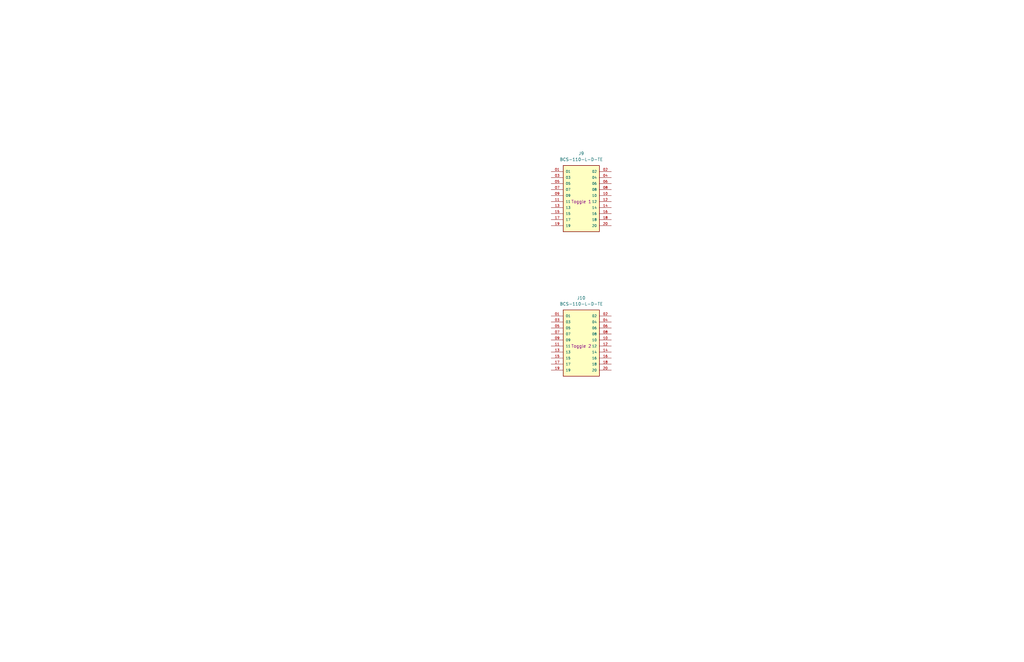
<source format=kicad_sch>
(kicad_sch
	(version 20250114)
	(generator "eeschema")
	(generator_version "9.0")
	(uuid "d013fb19-5d77-46c0-a784-7b14e5402459")
	(paper "B")
	(title_block
		(title "IMPISH POWER SUPPLY TOGGLES BOARD")
		(rev "-")
		(company "SOUTHWEST RESEARCH INSTITUTE")
	)
	(lib_symbols
		(symbol "IMPISH Toggles Library:BCS-110-L-D-TE"
			(pin_names
				(offset 1.016)
			)
			(exclude_from_sim no)
			(in_bom yes)
			(on_board yes)
			(property "Reference" "J"
				(at -8.12 15.24 0)
				(effects
					(font
						(size 1.27 1.27)
					)
					(justify left bottom)
				)
			)
			(property "Value" "BCS-110-L-D-TE"
				(at -7.62 -15.24 0)
				(effects
					(font
						(size 1.27 1.27)
					)
					(justify left bottom)
				)
			)
			(property "Footprint" "IMPISH Toggles Library:SAMTEC_BCS-110-L-D-TE"
				(at 0 -19.304 0)
				(effects
					(font
						(size 1.27 1.27)
					)
					(justify bottom)
					(hide yes)
				)
			)
			(property "Datasheet" ""
				(at 0 0 0)
				(effects
					(font
						(size 1.27 1.27)
					)
					(hide yes)
				)
			)
			(property "Description" ""
				(at 0 0 0)
				(effects
					(font
						(size 1.27 1.27)
					)
					(hide yes)
				)
			)
			(property "PARTREV" "R"
				(at 0 -22.606 0)
				(effects
					(font
						(size 1.27 1.27)
					)
					(justify bottom)
					(hide yes)
				)
			)
			(property "MANUFACTURER" "Samtec"
				(at 0 -20.828 0)
				(effects
					(font
						(size 1.27 1.27)
					)
					(justify bottom)
					(hide yes)
				)
			)
			(property "STANDARD" "Manufacturer Recommendations"
				(at 0 -17.526 0)
				(effects
					(font
						(size 1.27 1.27)
					)
					(justify bottom)
					(hide yes)
				)
			)
			(symbol "BCS-110-L-D-TE_0_0"
				(rectangle
					(start -7.62 -12.7)
					(end 7.62 15.24)
					(stroke
						(width 0.254)
						(type default)
					)
					(fill
						(type background)
					)
				)
				(pin passive line
					(at -12.7 12.7 0)
					(length 5.08)
					(name "01"
						(effects
							(font
								(size 1.016 1.016)
							)
						)
					)
					(number "01"
						(effects
							(font
								(size 1.016 1.016)
							)
						)
					)
				)
				(pin passive line
					(at -12.7 10.16 0)
					(length 5.08)
					(name "03"
						(effects
							(font
								(size 1.016 1.016)
							)
						)
					)
					(number "03"
						(effects
							(font
								(size 1.016 1.016)
							)
						)
					)
				)
				(pin passive line
					(at -12.7 7.62 0)
					(length 5.08)
					(name "05"
						(effects
							(font
								(size 1.016 1.016)
							)
						)
					)
					(number "05"
						(effects
							(font
								(size 1.016 1.016)
							)
						)
					)
				)
				(pin passive line
					(at -12.7 5.08 0)
					(length 5.08)
					(name "07"
						(effects
							(font
								(size 1.016 1.016)
							)
						)
					)
					(number "07"
						(effects
							(font
								(size 1.016 1.016)
							)
						)
					)
				)
				(pin passive line
					(at -12.7 2.54 0)
					(length 5.08)
					(name "09"
						(effects
							(font
								(size 1.016 1.016)
							)
						)
					)
					(number "09"
						(effects
							(font
								(size 1.016 1.016)
							)
						)
					)
				)
				(pin passive line
					(at -12.7 0 0)
					(length 5.08)
					(name "11"
						(effects
							(font
								(size 1.016 1.016)
							)
						)
					)
					(number "11"
						(effects
							(font
								(size 1.016 1.016)
							)
						)
					)
				)
				(pin passive line
					(at -12.7 -2.54 0)
					(length 5.08)
					(name "13"
						(effects
							(font
								(size 1.016 1.016)
							)
						)
					)
					(number "13"
						(effects
							(font
								(size 1.016 1.016)
							)
						)
					)
				)
				(pin passive line
					(at -12.7 -5.08 0)
					(length 5.08)
					(name "15"
						(effects
							(font
								(size 1.016 1.016)
							)
						)
					)
					(number "15"
						(effects
							(font
								(size 1.016 1.016)
							)
						)
					)
				)
				(pin passive line
					(at -12.7 -7.62 0)
					(length 5.08)
					(name "17"
						(effects
							(font
								(size 1.016 1.016)
							)
						)
					)
					(number "17"
						(effects
							(font
								(size 1.016 1.016)
							)
						)
					)
				)
				(pin passive line
					(at -12.7 -10.16 0)
					(length 5.08)
					(name "19"
						(effects
							(font
								(size 1.016 1.016)
							)
						)
					)
					(number "19"
						(effects
							(font
								(size 1.016 1.016)
							)
						)
					)
				)
				(pin passive line
					(at 12.7 12.7 180)
					(length 5.08)
					(name "02"
						(effects
							(font
								(size 1.016 1.016)
							)
						)
					)
					(number "02"
						(effects
							(font
								(size 1.016 1.016)
							)
						)
					)
				)
				(pin passive line
					(at 12.7 10.16 180)
					(length 5.08)
					(name "04"
						(effects
							(font
								(size 1.016 1.016)
							)
						)
					)
					(number "04"
						(effects
							(font
								(size 1.016 1.016)
							)
						)
					)
				)
				(pin passive line
					(at 12.7 7.62 180)
					(length 5.08)
					(name "06"
						(effects
							(font
								(size 1.016 1.016)
							)
						)
					)
					(number "06"
						(effects
							(font
								(size 1.016 1.016)
							)
						)
					)
				)
				(pin passive line
					(at 12.7 5.08 180)
					(length 5.08)
					(name "08"
						(effects
							(font
								(size 1.016 1.016)
							)
						)
					)
					(number "08"
						(effects
							(font
								(size 1.016 1.016)
							)
						)
					)
				)
				(pin passive line
					(at 12.7 2.54 180)
					(length 5.08)
					(name "10"
						(effects
							(font
								(size 1.016 1.016)
							)
						)
					)
					(number "10"
						(effects
							(font
								(size 1.016 1.016)
							)
						)
					)
				)
				(pin passive line
					(at 12.7 0 180)
					(length 5.08)
					(name "12"
						(effects
							(font
								(size 1.016 1.016)
							)
						)
					)
					(number "12"
						(effects
							(font
								(size 1.016 1.016)
							)
						)
					)
				)
				(pin passive line
					(at 12.7 -2.54 180)
					(length 5.08)
					(name "14"
						(effects
							(font
								(size 1.016 1.016)
							)
						)
					)
					(number "14"
						(effects
							(font
								(size 1.016 1.016)
							)
						)
					)
				)
				(pin passive line
					(at 12.7 -5.08 180)
					(length 5.08)
					(name "16"
						(effects
							(font
								(size 1.016 1.016)
							)
						)
					)
					(number "16"
						(effects
							(font
								(size 1.016 1.016)
							)
						)
					)
				)
				(pin passive line
					(at 12.7 -7.62 180)
					(length 5.08)
					(name "18"
						(effects
							(font
								(size 1.016 1.016)
							)
						)
					)
					(number "18"
						(effects
							(font
								(size 1.016 1.016)
							)
						)
					)
				)
				(pin passive line
					(at 12.7 -10.16 180)
					(length 5.08)
					(name "20"
						(effects
							(font
								(size 1.016 1.016)
							)
						)
					)
					(number "20"
						(effects
							(font
								(size 1.016 1.016)
							)
						)
					)
				)
			)
			(embedded_fonts no)
		)
	)
	(symbol
		(lib_id "IMPISH Toggles Library:BCS-110-L-D-TE")
		(at 245.11 146.05 0)
		(unit 1)
		(exclude_from_sim no)
		(in_bom yes)
		(on_board yes)
		(dnp no)
		(fields_autoplaced yes)
		(uuid "342ad51d-95d9-4947-99fe-154a5342ca59")
		(property "Reference" "J10"
			(at 245.11 125.73 0)
			(effects
				(font
					(size 1.27 1.27)
				)
			)
		)
		(property "Value" "BCS-110-L-D-TE"
			(at 245.11 128.27 0)
			(effects
				(font
					(size 1.27 1.27)
				)
			)
		)
		(property "Footprint" "IMPISH Toggles Library:SAMTEC_BCS-110-L-D-TE"
			(at 245.11 165.354 0)
			(effects
				(font
					(size 1.27 1.27)
				)
				(justify bottom)
				(hide yes)
			)
		)
		(property "Datasheet" ""
			(at 245.11 146.05 0)
			(effects
				(font
					(size 1.27 1.27)
				)
				(hide yes)
			)
		)
		(property "Description" "Toggle 2"
			(at 245.11 146.05 0)
			(effects
				(font
					(size 1.27 1.27)
				)
			)
		)
		(property "PARTREV" "R"
			(at 245.11 168.656 0)
			(effects
				(font
					(size 1.27 1.27)
				)
				(justify bottom)
				(hide yes)
			)
		)
		(property "MANUFACTURER" "Samtec"
			(at 245.11 166.878 0)
			(effects
				(font
					(size 1.27 1.27)
				)
				(justify bottom)
				(hide yes)
			)
		)
		(property "STANDARD" "Manufacturer Recommendations"
			(at 245.11 163.576 0)
			(effects
				(font
					(size 1.27 1.27)
				)
				(justify bottom)
				(hide yes)
			)
		)
		(pin "11"
			(uuid "53b75f93-0ed6-4203-ac61-7820e2781f68")
		)
		(pin "16"
			(uuid "736bb112-f905-4a15-b6cf-4b186efabb89")
		)
		(pin "05"
			(uuid "aaa8a291-15fe-40c3-9243-387cec2089a1")
		)
		(pin "13"
			(uuid "4a6f847d-b28a-4236-a97b-06fae153617e")
		)
		(pin "09"
			(uuid "5cdb9de9-4acc-433f-acc3-242a16c8c6e8")
		)
		(pin "19"
			(uuid "21b0ba09-1caa-45e9-9a81-3bbee31fa9eb")
		)
		(pin "04"
			(uuid "d2be3a90-eb82-414c-8224-475766f4bcb4")
		)
		(pin "01"
			(uuid "347c192a-856c-4802-95b5-1ced6729f6b8")
		)
		(pin "14"
			(uuid "203d865e-e3c7-4b20-8a1b-a73da63049fa")
		)
		(pin "18"
			(uuid "bebaadd6-e071-45e8-b95a-d375d96382a0")
		)
		(pin "06"
			(uuid "f5969dd3-9479-4d1f-b9c1-798b662c9823")
		)
		(pin "03"
			(uuid "f3722962-45ff-4e49-b4f6-0b6e02cdc03f")
		)
		(pin "07"
			(uuid "6d5a92d1-2237-43b3-a30c-878209a50d37")
		)
		(pin "08"
			(uuid "1ff4ecf7-74b7-43ab-a11a-3a052a1a2c35")
		)
		(pin "20"
			(uuid "d1ef76e1-494e-43bf-b249-5ac6e7ed99cb")
		)
		(pin "02"
			(uuid "64cf4618-706d-471c-9e19-f800fbbaab8a")
		)
		(pin "10"
			(uuid "ae4a919a-4d66-4948-9780-7cea77af81c1")
		)
		(pin "12"
			(uuid "e7e024aa-efc5-494a-a63b-b740ab8fd422")
		)
		(pin "15"
			(uuid "fc6626f5-a111-402b-8252-d4f5d9ee0e6e")
		)
		(pin "17"
			(uuid "3d73eb9b-d72a-44f0-bed9-faf7a195a25a")
		)
		(instances
			(project "IMPISH PS Toggles Board"
				(path "/385e4cab-4577-43a4-bbbd-3e29a0bed824/3cdbc98b-0d6b-47fc-b55e-fd75d311bdbc"
					(reference "J10")
					(unit 1)
				)
			)
		)
	)
	(symbol
		(lib_id "IMPISH Toggles Library:BCS-110-L-D-TE")
		(at 245.11 85.09 0)
		(unit 1)
		(exclude_from_sim no)
		(in_bom yes)
		(on_board yes)
		(dnp no)
		(fields_autoplaced yes)
		(uuid "75ad0339-25cd-4cac-9e55-f616e849fe12")
		(property "Reference" "J9"
			(at 245.11 64.77 0)
			(effects
				(font
					(size 1.27 1.27)
				)
			)
		)
		(property "Value" "BCS-110-L-D-TE"
			(at 245.11 67.31 0)
			(effects
				(font
					(size 1.27 1.27)
				)
			)
		)
		(property "Footprint" "IMPISH Toggles Library:SAMTEC_BCS-110-L-D-TE"
			(at 245.11 104.394 0)
			(effects
				(font
					(size 1.27 1.27)
				)
				(justify bottom)
				(hide yes)
			)
		)
		(property "Datasheet" ""
			(at 245.11 85.09 0)
			(effects
				(font
					(size 1.27 1.27)
				)
				(hide yes)
			)
		)
		(property "Description" "Toggle 1"
			(at 245.11 85.09 0)
			(effects
				(font
					(size 1.27 1.27)
				)
			)
		)
		(property "PARTREV" "R"
			(at 245.11 107.696 0)
			(effects
				(font
					(size 1.27 1.27)
				)
				(justify bottom)
				(hide yes)
			)
		)
		(property "MANUFACTURER" "Samtec"
			(at 245.11 105.918 0)
			(effects
				(font
					(size 1.27 1.27)
				)
				(justify bottom)
				(hide yes)
			)
		)
		(property "STANDARD" "Manufacturer Recommendations"
			(at 245.11 102.616 0)
			(effects
				(font
					(size 1.27 1.27)
				)
				(justify bottom)
				(hide yes)
			)
		)
		(pin "07"
			(uuid "54cc57d4-548a-4348-a0f1-dd87cb36b84f")
		)
		(pin "19"
			(uuid "13e91d5b-202c-49a1-a8e7-b7e03dbd08e8")
		)
		(pin "03"
			(uuid "82b136f7-189a-4f93-9fa7-484bd41a5bfb")
		)
		(pin "06"
			(uuid "30a317b9-09ff-406e-801f-f063d281a9bb")
		)
		(pin "01"
			(uuid "d33d653b-a802-45a2-bdd4-c6424ece4ec1")
		)
		(pin "09"
			(uuid "18418b62-9686-443b-9688-162c64191c97")
		)
		(pin "04"
			(uuid "885350de-a3e7-4e82-9786-0fd6c592e99c")
		)
		(pin "10"
			(uuid "228c547b-c101-4cd6-b4fb-9ab719634cea")
		)
		(pin "14"
			(uuid "2300b9e7-744e-4b84-a4f0-356ad30a8755")
		)
		(pin "05"
			(uuid "96056bf1-bea0-48db-ad7d-8058df188117")
		)
		(pin "13"
			(uuid "c14781a0-8309-4000-a08d-d4ca5c2ea6b0")
		)
		(pin "15"
			(uuid "d3c79a01-6e52-44b4-be6a-fe7e68ec5a29")
		)
		(pin "11"
			(uuid "050f8bf0-5a4f-4e34-881c-e832f45a4f5b")
		)
		(pin "17"
			(uuid "c946515a-066d-4231-90e0-5a3040acdb9e")
		)
		(pin "02"
			(uuid "593d99fd-dc6c-4a66-9da3-66274796b7b0")
		)
		(pin "08"
			(uuid "9e42b291-3779-48ea-a00c-f3524eb0d79a")
		)
		(pin "12"
			(uuid "a9f962cb-c5bf-4001-a181-18bb4c752d14")
		)
		(pin "20"
			(uuid "2ad0335a-a3b1-479e-ac8b-dc9d392994ea")
		)
		(pin "18"
			(uuid "d7efb4a7-c0a0-4037-8d41-caf444936e6b")
		)
		(pin "16"
			(uuid "a121eac6-19ff-4ac6-bf75-408168ffbf8d")
		)
		(instances
			(project "IMPISH PS Toggles Board"
				(path "/385e4cab-4577-43a4-bbbd-3e29a0bed824/3cdbc98b-0d6b-47fc-b55e-fd75d311bdbc"
					(reference "J9")
					(unit 1)
				)
			)
		)
	)
)

</source>
